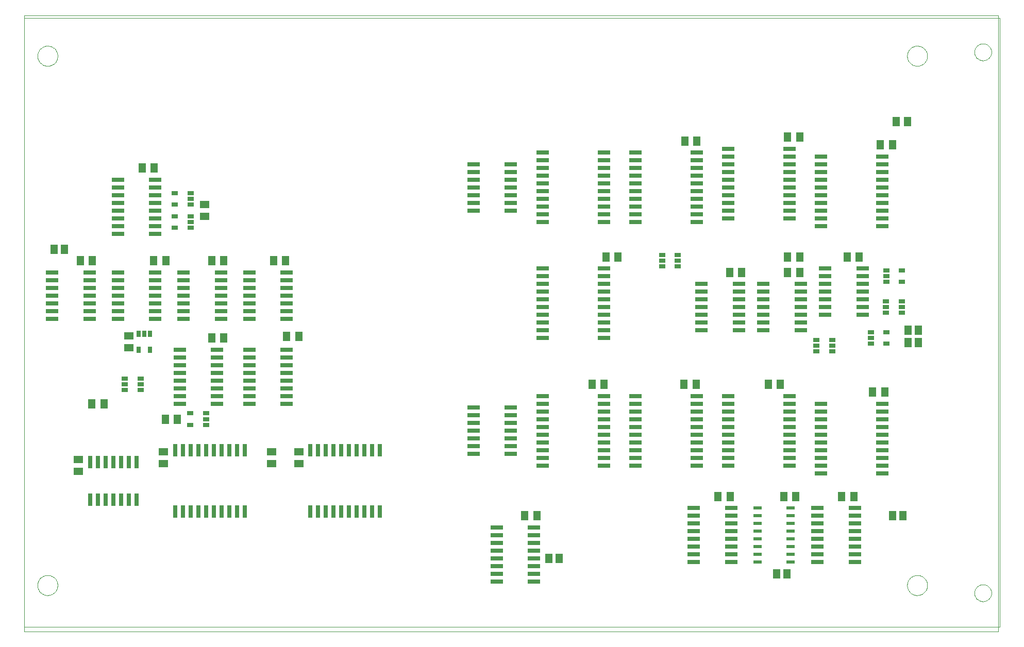
<source format=gtp>
G75*
G70*
%OFA0B0*%
%FSLAX24Y24*%
%IPPOS*%
%LPD*%
%AMOC8*
5,1,8,0,0,1.08239X$1,22.5*
%
%ADD10C,0.0000*%
%ADD11R,0.0512X0.0630*%
%ADD12R,0.0551X0.0236*%
%ADD13R,0.0800X0.0260*%
%ADD14R,0.0630X0.0512*%
%ADD15R,0.0512X0.0591*%
%ADD16R,0.0260X0.0800*%
%ADD17R,0.0390X0.0272*%
%ADD18R,0.0272X0.0390*%
D10*
X004848Y007120D02*
X004848Y046990D01*
X067840Y046990D01*
X067840Y007120D01*
X004848Y007120D01*
X004848Y007430D02*
X004848Y046810D01*
X067948Y046810D01*
X067948Y007430D01*
X004848Y007430D01*
X005698Y010120D02*
X005700Y010170D01*
X005706Y010220D01*
X005716Y010270D01*
X005729Y010318D01*
X005746Y010366D01*
X005767Y010412D01*
X005791Y010456D01*
X005819Y010498D01*
X005850Y010538D01*
X005884Y010575D01*
X005921Y010610D01*
X005960Y010641D01*
X006001Y010670D01*
X006045Y010695D01*
X006091Y010717D01*
X006138Y010735D01*
X006186Y010749D01*
X006235Y010760D01*
X006285Y010767D01*
X006335Y010770D01*
X006386Y010769D01*
X006436Y010764D01*
X006486Y010755D01*
X006534Y010743D01*
X006582Y010726D01*
X006628Y010706D01*
X006673Y010683D01*
X006716Y010656D01*
X006756Y010626D01*
X006794Y010593D01*
X006829Y010557D01*
X006862Y010518D01*
X006891Y010477D01*
X006917Y010434D01*
X006940Y010389D01*
X006959Y010342D01*
X006974Y010294D01*
X006986Y010245D01*
X006994Y010195D01*
X006998Y010145D01*
X006998Y010095D01*
X006994Y010045D01*
X006986Y009995D01*
X006974Y009946D01*
X006959Y009898D01*
X006940Y009851D01*
X006917Y009806D01*
X006891Y009763D01*
X006862Y009722D01*
X006829Y009683D01*
X006794Y009647D01*
X006756Y009614D01*
X006716Y009584D01*
X006673Y009557D01*
X006628Y009534D01*
X006582Y009514D01*
X006534Y009497D01*
X006486Y009485D01*
X006436Y009476D01*
X006386Y009471D01*
X006335Y009470D01*
X006285Y009473D01*
X006235Y009480D01*
X006186Y009491D01*
X006138Y009505D01*
X006091Y009523D01*
X006045Y009545D01*
X006001Y009570D01*
X005960Y009599D01*
X005921Y009630D01*
X005884Y009665D01*
X005850Y009702D01*
X005819Y009742D01*
X005791Y009784D01*
X005767Y009828D01*
X005746Y009874D01*
X005729Y009922D01*
X005716Y009970D01*
X005706Y010020D01*
X005700Y010070D01*
X005698Y010120D01*
X005698Y044370D02*
X005700Y044420D01*
X005706Y044470D01*
X005716Y044520D01*
X005729Y044568D01*
X005746Y044616D01*
X005767Y044662D01*
X005791Y044706D01*
X005819Y044748D01*
X005850Y044788D01*
X005884Y044825D01*
X005921Y044860D01*
X005960Y044891D01*
X006001Y044920D01*
X006045Y044945D01*
X006091Y044967D01*
X006138Y044985D01*
X006186Y044999D01*
X006235Y045010D01*
X006285Y045017D01*
X006335Y045020D01*
X006386Y045019D01*
X006436Y045014D01*
X006486Y045005D01*
X006534Y044993D01*
X006582Y044976D01*
X006628Y044956D01*
X006673Y044933D01*
X006716Y044906D01*
X006756Y044876D01*
X006794Y044843D01*
X006829Y044807D01*
X006862Y044768D01*
X006891Y044727D01*
X006917Y044684D01*
X006940Y044639D01*
X006959Y044592D01*
X006974Y044544D01*
X006986Y044495D01*
X006994Y044445D01*
X006998Y044395D01*
X006998Y044345D01*
X006994Y044295D01*
X006986Y044245D01*
X006974Y044196D01*
X006959Y044148D01*
X006940Y044101D01*
X006917Y044056D01*
X006891Y044013D01*
X006862Y043972D01*
X006829Y043933D01*
X006794Y043897D01*
X006756Y043864D01*
X006716Y043834D01*
X006673Y043807D01*
X006628Y043784D01*
X006582Y043764D01*
X006534Y043747D01*
X006486Y043735D01*
X006436Y043726D01*
X006386Y043721D01*
X006335Y043720D01*
X006285Y043723D01*
X006235Y043730D01*
X006186Y043741D01*
X006138Y043755D01*
X006091Y043773D01*
X006045Y043795D01*
X006001Y043820D01*
X005960Y043849D01*
X005921Y043880D01*
X005884Y043915D01*
X005850Y043952D01*
X005819Y043992D01*
X005791Y044034D01*
X005767Y044078D01*
X005746Y044124D01*
X005729Y044172D01*
X005716Y044220D01*
X005706Y044270D01*
X005700Y044320D01*
X005698Y044370D01*
X061948Y044370D02*
X061950Y044420D01*
X061956Y044470D01*
X061966Y044520D01*
X061979Y044568D01*
X061996Y044616D01*
X062017Y044662D01*
X062041Y044706D01*
X062069Y044748D01*
X062100Y044788D01*
X062134Y044825D01*
X062171Y044860D01*
X062210Y044891D01*
X062251Y044920D01*
X062295Y044945D01*
X062341Y044967D01*
X062388Y044985D01*
X062436Y044999D01*
X062485Y045010D01*
X062535Y045017D01*
X062585Y045020D01*
X062636Y045019D01*
X062686Y045014D01*
X062736Y045005D01*
X062784Y044993D01*
X062832Y044976D01*
X062878Y044956D01*
X062923Y044933D01*
X062966Y044906D01*
X063006Y044876D01*
X063044Y044843D01*
X063079Y044807D01*
X063112Y044768D01*
X063141Y044727D01*
X063167Y044684D01*
X063190Y044639D01*
X063209Y044592D01*
X063224Y044544D01*
X063236Y044495D01*
X063244Y044445D01*
X063248Y044395D01*
X063248Y044345D01*
X063244Y044295D01*
X063236Y044245D01*
X063224Y044196D01*
X063209Y044148D01*
X063190Y044101D01*
X063167Y044056D01*
X063141Y044013D01*
X063112Y043972D01*
X063079Y043933D01*
X063044Y043897D01*
X063006Y043864D01*
X062966Y043834D01*
X062923Y043807D01*
X062878Y043784D01*
X062832Y043764D01*
X062784Y043747D01*
X062736Y043735D01*
X062686Y043726D01*
X062636Y043721D01*
X062585Y043720D01*
X062535Y043723D01*
X062485Y043730D01*
X062436Y043741D01*
X062388Y043755D01*
X062341Y043773D01*
X062295Y043795D01*
X062251Y043820D01*
X062210Y043849D01*
X062171Y043880D01*
X062134Y043915D01*
X062100Y043952D01*
X062069Y043992D01*
X062041Y044034D01*
X062017Y044078D01*
X061996Y044124D01*
X061979Y044172D01*
X061966Y044220D01*
X061956Y044270D01*
X061950Y044320D01*
X061948Y044370D01*
X066298Y044620D02*
X066300Y044667D01*
X066306Y044713D01*
X066316Y044759D01*
X066329Y044803D01*
X066347Y044847D01*
X066368Y044888D01*
X066392Y044928D01*
X066420Y044966D01*
X066451Y045001D01*
X066485Y045033D01*
X066521Y045062D01*
X066560Y045088D01*
X066600Y045111D01*
X066643Y045130D01*
X066687Y045146D01*
X066732Y045158D01*
X066778Y045166D01*
X066825Y045170D01*
X066871Y045170D01*
X066918Y045166D01*
X066964Y045158D01*
X067009Y045146D01*
X067053Y045130D01*
X067096Y045111D01*
X067136Y045088D01*
X067175Y045062D01*
X067211Y045033D01*
X067245Y045001D01*
X067276Y044966D01*
X067304Y044928D01*
X067328Y044888D01*
X067349Y044847D01*
X067367Y044803D01*
X067380Y044759D01*
X067390Y044713D01*
X067396Y044667D01*
X067398Y044620D01*
X067396Y044573D01*
X067390Y044527D01*
X067380Y044481D01*
X067367Y044437D01*
X067349Y044393D01*
X067328Y044352D01*
X067304Y044312D01*
X067276Y044274D01*
X067245Y044239D01*
X067211Y044207D01*
X067175Y044178D01*
X067136Y044152D01*
X067096Y044129D01*
X067053Y044110D01*
X067009Y044094D01*
X066964Y044082D01*
X066918Y044074D01*
X066871Y044070D01*
X066825Y044070D01*
X066778Y044074D01*
X066732Y044082D01*
X066687Y044094D01*
X066643Y044110D01*
X066600Y044129D01*
X066560Y044152D01*
X066521Y044178D01*
X066485Y044207D01*
X066451Y044239D01*
X066420Y044274D01*
X066392Y044312D01*
X066368Y044352D01*
X066347Y044393D01*
X066329Y044437D01*
X066316Y044481D01*
X066306Y044527D01*
X066300Y044573D01*
X066298Y044620D01*
X061948Y010120D02*
X061950Y010170D01*
X061956Y010220D01*
X061966Y010270D01*
X061979Y010318D01*
X061996Y010366D01*
X062017Y010412D01*
X062041Y010456D01*
X062069Y010498D01*
X062100Y010538D01*
X062134Y010575D01*
X062171Y010610D01*
X062210Y010641D01*
X062251Y010670D01*
X062295Y010695D01*
X062341Y010717D01*
X062388Y010735D01*
X062436Y010749D01*
X062485Y010760D01*
X062535Y010767D01*
X062585Y010770D01*
X062636Y010769D01*
X062686Y010764D01*
X062736Y010755D01*
X062784Y010743D01*
X062832Y010726D01*
X062878Y010706D01*
X062923Y010683D01*
X062966Y010656D01*
X063006Y010626D01*
X063044Y010593D01*
X063079Y010557D01*
X063112Y010518D01*
X063141Y010477D01*
X063167Y010434D01*
X063190Y010389D01*
X063209Y010342D01*
X063224Y010294D01*
X063236Y010245D01*
X063244Y010195D01*
X063248Y010145D01*
X063248Y010095D01*
X063244Y010045D01*
X063236Y009995D01*
X063224Y009946D01*
X063209Y009898D01*
X063190Y009851D01*
X063167Y009806D01*
X063141Y009763D01*
X063112Y009722D01*
X063079Y009683D01*
X063044Y009647D01*
X063006Y009614D01*
X062966Y009584D01*
X062923Y009557D01*
X062878Y009534D01*
X062832Y009514D01*
X062784Y009497D01*
X062736Y009485D01*
X062686Y009476D01*
X062636Y009471D01*
X062585Y009470D01*
X062535Y009473D01*
X062485Y009480D01*
X062436Y009491D01*
X062388Y009505D01*
X062341Y009523D01*
X062295Y009545D01*
X062251Y009570D01*
X062210Y009599D01*
X062171Y009630D01*
X062134Y009665D01*
X062100Y009702D01*
X062069Y009742D01*
X062041Y009784D01*
X062017Y009828D01*
X061996Y009874D01*
X061979Y009922D01*
X061966Y009970D01*
X061956Y010020D01*
X061950Y010070D01*
X061948Y010120D01*
X066298Y009620D02*
X066300Y009667D01*
X066306Y009713D01*
X066316Y009759D01*
X066329Y009803D01*
X066347Y009847D01*
X066368Y009888D01*
X066392Y009928D01*
X066420Y009966D01*
X066451Y010001D01*
X066485Y010033D01*
X066521Y010062D01*
X066560Y010088D01*
X066600Y010111D01*
X066643Y010130D01*
X066687Y010146D01*
X066732Y010158D01*
X066778Y010166D01*
X066825Y010170D01*
X066871Y010170D01*
X066918Y010166D01*
X066964Y010158D01*
X067009Y010146D01*
X067053Y010130D01*
X067096Y010111D01*
X067136Y010088D01*
X067175Y010062D01*
X067211Y010033D01*
X067245Y010001D01*
X067276Y009966D01*
X067304Y009928D01*
X067328Y009888D01*
X067349Y009847D01*
X067367Y009803D01*
X067380Y009759D01*
X067390Y009713D01*
X067396Y009667D01*
X067398Y009620D01*
X067396Y009573D01*
X067390Y009527D01*
X067380Y009481D01*
X067367Y009437D01*
X067349Y009393D01*
X067328Y009352D01*
X067304Y009312D01*
X067276Y009274D01*
X067245Y009239D01*
X067211Y009207D01*
X067175Y009178D01*
X067136Y009152D01*
X067096Y009129D01*
X067053Y009110D01*
X067009Y009094D01*
X066964Y009082D01*
X066918Y009074D01*
X066871Y009070D01*
X066825Y009070D01*
X066778Y009074D01*
X066732Y009082D01*
X066687Y009094D01*
X066643Y009110D01*
X066600Y009129D01*
X066560Y009152D01*
X066521Y009178D01*
X066485Y009207D01*
X066451Y009239D01*
X066420Y009274D01*
X066392Y009312D01*
X066368Y009352D01*
X066347Y009393D01*
X066329Y009437D01*
X066316Y009481D01*
X066306Y009527D01*
X066300Y009573D01*
X066298Y009620D01*
D11*
X058492Y015870D03*
X057704Y015870D03*
X054742Y015870D03*
X053954Y015870D03*
X050492Y015870D03*
X049704Y015870D03*
X048292Y023120D03*
X047504Y023120D03*
X042342Y023120D03*
X041554Y023120D03*
X050454Y030370D03*
X051242Y030370D03*
X054204Y030370D03*
X054992Y030370D03*
X054992Y031370D03*
X054204Y031370D03*
X058054Y031370D03*
X058842Y031370D03*
X060204Y038620D03*
X060992Y038620D03*
X054992Y039120D03*
X054204Y039120D03*
X048342Y038870D03*
X047554Y038870D03*
X043242Y031370D03*
X042454Y031370D03*
X052954Y023120D03*
X053742Y023120D03*
X059704Y022620D03*
X060492Y022620D03*
X037992Y014620D03*
X037204Y014620D03*
X022592Y026220D03*
X021804Y026220D03*
X017742Y026120D03*
X016954Y026120D03*
X016954Y031120D03*
X017742Y031120D03*
X020954Y031120D03*
X021742Y031120D03*
X013992Y031120D03*
X013204Y031120D03*
X009242Y031120D03*
X008454Y031120D03*
X012454Y037120D03*
X013242Y037120D03*
X009992Y021870D03*
X009204Y021870D03*
X013954Y020870D03*
X014742Y020870D03*
D12*
X052279Y015120D03*
X052279Y014620D03*
X052279Y014120D03*
X052279Y013620D03*
X052279Y013120D03*
X052279Y012620D03*
X052279Y012120D03*
X052279Y011620D03*
X054417Y011620D03*
X054417Y012120D03*
X054417Y012620D03*
X054417Y013120D03*
X054417Y013620D03*
X054417Y014120D03*
X054417Y014620D03*
X054417Y015120D03*
D13*
X056138Y015120D03*
X056138Y014620D03*
X056138Y014120D03*
X056138Y013620D03*
X056138Y013120D03*
X056138Y012620D03*
X056138Y012120D03*
X056138Y011620D03*
X058558Y011620D03*
X058558Y012120D03*
X058558Y012620D03*
X058558Y013120D03*
X058558Y013620D03*
X058558Y014120D03*
X058558Y014620D03*
X058558Y015120D03*
X060328Y017370D03*
X060328Y017870D03*
X060328Y018370D03*
X060328Y018870D03*
X060328Y019370D03*
X060328Y019870D03*
X060328Y020370D03*
X060328Y020870D03*
X060328Y021370D03*
X060328Y021870D03*
X056368Y021870D03*
X056368Y021370D03*
X056368Y020870D03*
X056368Y020370D03*
X056368Y019870D03*
X056368Y019370D03*
X056368Y018870D03*
X056368Y018370D03*
X056368Y017870D03*
X056368Y017370D03*
X054328Y017870D03*
X054328Y018370D03*
X054328Y018870D03*
X054328Y019370D03*
X054328Y019870D03*
X054328Y020370D03*
X054328Y020870D03*
X054328Y021370D03*
X054328Y021870D03*
X054328Y022370D03*
X050368Y022370D03*
X050368Y021870D03*
X050368Y021370D03*
X050368Y020870D03*
X050368Y020370D03*
X050368Y019870D03*
X050368Y019370D03*
X050368Y018870D03*
X050368Y018370D03*
X050368Y017870D03*
X048328Y017870D03*
X048328Y018370D03*
X048328Y018870D03*
X048328Y019370D03*
X048328Y019870D03*
X048328Y020370D03*
X048328Y020870D03*
X048328Y021370D03*
X048328Y021870D03*
X048328Y022370D03*
X044368Y022370D03*
X044368Y021870D03*
X044368Y021370D03*
X044368Y020870D03*
X044368Y020370D03*
X044368Y019870D03*
X044368Y019370D03*
X044368Y018870D03*
X044368Y018370D03*
X044368Y017870D03*
X042328Y017870D03*
X042328Y018370D03*
X042328Y018870D03*
X042328Y019370D03*
X042328Y019870D03*
X042328Y020370D03*
X042328Y020870D03*
X042328Y021370D03*
X042328Y021870D03*
X042328Y022370D03*
X038368Y022370D03*
X038368Y021870D03*
X038368Y021370D03*
X038368Y020870D03*
X038368Y020370D03*
X038368Y019870D03*
X038368Y019370D03*
X038368Y018870D03*
X038368Y018370D03*
X038368Y017870D03*
X036308Y018620D03*
X036308Y019120D03*
X036308Y019620D03*
X036308Y020120D03*
X036308Y020620D03*
X036308Y021120D03*
X036308Y021620D03*
X033888Y021620D03*
X033888Y021120D03*
X033888Y020620D03*
X033888Y020120D03*
X033888Y019620D03*
X033888Y019120D03*
X033888Y018620D03*
X035388Y013870D03*
X035388Y013370D03*
X035388Y012870D03*
X035388Y012370D03*
X035388Y011870D03*
X035388Y011370D03*
X035388Y010870D03*
X035388Y010370D03*
X037808Y010370D03*
X037808Y010870D03*
X037808Y011370D03*
X037808Y011870D03*
X037808Y012370D03*
X037808Y012870D03*
X037808Y013370D03*
X037808Y013870D03*
X048138Y014120D03*
X048138Y014620D03*
X048138Y015120D03*
X048138Y013620D03*
X048138Y013120D03*
X048138Y012620D03*
X048138Y012120D03*
X048138Y011620D03*
X050558Y011620D03*
X050558Y012120D03*
X050558Y012620D03*
X050558Y013120D03*
X050558Y013620D03*
X050558Y014120D03*
X050558Y014620D03*
X050558Y015120D03*
X042328Y026120D03*
X042328Y026620D03*
X042328Y027120D03*
X042328Y027620D03*
X042328Y028120D03*
X042328Y028620D03*
X042328Y029120D03*
X042328Y029620D03*
X042328Y030120D03*
X042328Y030620D03*
X042328Y033620D03*
X042328Y034120D03*
X042328Y034620D03*
X042328Y035120D03*
X042328Y035620D03*
X042328Y036120D03*
X042328Y036620D03*
X042328Y037120D03*
X042328Y037620D03*
X042328Y038120D03*
X044368Y038120D03*
X044368Y037620D03*
X044368Y037120D03*
X044368Y036620D03*
X044368Y036120D03*
X044368Y035620D03*
X044368Y035120D03*
X044368Y034620D03*
X044368Y034120D03*
X044368Y033620D03*
X048328Y033620D03*
X048328Y034120D03*
X048328Y034620D03*
X048328Y035120D03*
X048328Y035620D03*
X048328Y036120D03*
X048328Y036620D03*
X048328Y037120D03*
X048328Y037620D03*
X048328Y038120D03*
X050368Y038370D03*
X050368Y037870D03*
X050368Y037370D03*
X050368Y036870D03*
X050368Y036370D03*
X050368Y035870D03*
X050368Y035370D03*
X050368Y034870D03*
X050368Y034370D03*
X050368Y033870D03*
X054328Y033870D03*
X054328Y034370D03*
X054328Y034870D03*
X054328Y035370D03*
X054328Y035870D03*
X054328Y036370D03*
X054328Y036870D03*
X054328Y037370D03*
X054328Y037870D03*
X054328Y038370D03*
X056368Y037870D03*
X056368Y037370D03*
X056368Y036870D03*
X056368Y036370D03*
X056368Y035870D03*
X056368Y035370D03*
X056368Y034870D03*
X056368Y034370D03*
X056368Y033870D03*
X056368Y033370D03*
X056638Y030620D03*
X056638Y030120D03*
X056638Y029620D03*
X056638Y029120D03*
X056638Y028620D03*
X056638Y028120D03*
X056638Y027620D03*
X055058Y027620D03*
X055058Y028120D03*
X055058Y028620D03*
X055058Y029120D03*
X055058Y029620D03*
X052638Y029620D03*
X052638Y029120D03*
X052638Y028620D03*
X052638Y028120D03*
X052638Y027620D03*
X052638Y027120D03*
X052638Y026620D03*
X051058Y026620D03*
X051058Y027120D03*
X051058Y027620D03*
X051058Y028120D03*
X051058Y028620D03*
X051058Y029120D03*
X051058Y029620D03*
X048638Y029620D03*
X048638Y029120D03*
X048638Y028620D03*
X048638Y028120D03*
X048638Y027620D03*
X048638Y027120D03*
X048638Y026620D03*
X055058Y026620D03*
X055058Y027120D03*
X059058Y027620D03*
X059058Y028120D03*
X059058Y028620D03*
X059058Y029120D03*
X059058Y029620D03*
X059058Y030120D03*
X059058Y030620D03*
X060328Y033370D03*
X060328Y033870D03*
X060328Y034370D03*
X060328Y034870D03*
X060328Y035370D03*
X060328Y035870D03*
X060328Y036370D03*
X060328Y036870D03*
X060328Y037370D03*
X060328Y037870D03*
X038368Y037620D03*
X038368Y038120D03*
X038368Y037120D03*
X038368Y036620D03*
X038368Y036120D03*
X038368Y035620D03*
X038368Y035120D03*
X038368Y034620D03*
X038368Y034120D03*
X038368Y033620D03*
X036308Y034370D03*
X036308Y034870D03*
X036308Y035370D03*
X036308Y035870D03*
X036308Y036370D03*
X036308Y036870D03*
X036308Y037370D03*
X033888Y037370D03*
X033888Y036870D03*
X033888Y036370D03*
X033888Y035870D03*
X033888Y035370D03*
X033888Y034870D03*
X033888Y034370D03*
X038368Y030620D03*
X038368Y030120D03*
X038368Y029620D03*
X038368Y029120D03*
X038368Y028620D03*
X038368Y028120D03*
X038368Y027620D03*
X038368Y027120D03*
X038368Y026620D03*
X038368Y026120D03*
X021808Y025370D03*
X021808Y024870D03*
X021808Y024370D03*
X021808Y023870D03*
X021808Y023370D03*
X021808Y022870D03*
X021808Y022370D03*
X021808Y021870D03*
X019388Y021870D03*
X019388Y022370D03*
X019388Y022870D03*
X019388Y023370D03*
X019388Y023870D03*
X019388Y024370D03*
X019388Y024870D03*
X019388Y025370D03*
X017308Y025370D03*
X017308Y024870D03*
X017308Y024370D03*
X017308Y023870D03*
X017308Y023370D03*
X017308Y022870D03*
X017308Y022370D03*
X017308Y021870D03*
X014888Y021870D03*
X014888Y022370D03*
X014888Y022870D03*
X014888Y023370D03*
X014888Y023870D03*
X014888Y024370D03*
X014888Y024870D03*
X014888Y025370D03*
X015138Y027370D03*
X015138Y027870D03*
X015138Y028370D03*
X015138Y028870D03*
X015138Y029370D03*
X015138Y029870D03*
X015138Y030370D03*
X013308Y030370D03*
X013308Y029870D03*
X013308Y029370D03*
X013308Y028870D03*
X013308Y028370D03*
X013308Y027870D03*
X013308Y027370D03*
X010888Y027370D03*
X010888Y027870D03*
X010888Y028370D03*
X010888Y028870D03*
X010888Y029370D03*
X010888Y029870D03*
X010888Y030370D03*
X009058Y030370D03*
X009058Y029870D03*
X009058Y029370D03*
X009058Y028870D03*
X009058Y028370D03*
X009058Y027870D03*
X009058Y027370D03*
X006638Y027370D03*
X006638Y027870D03*
X006638Y028370D03*
X006638Y028870D03*
X006638Y029370D03*
X006638Y029870D03*
X006638Y030370D03*
X010888Y032870D03*
X010888Y033370D03*
X010888Y033870D03*
X010888Y034370D03*
X010888Y034870D03*
X010888Y035370D03*
X010888Y035870D03*
X010888Y036370D03*
X013308Y036370D03*
X013308Y035870D03*
X013308Y035370D03*
X013308Y034870D03*
X013308Y034370D03*
X013308Y033870D03*
X013308Y033370D03*
X013308Y032870D03*
X017558Y030370D03*
X017558Y029870D03*
X017558Y029370D03*
X017558Y028870D03*
X017558Y028370D03*
X017558Y027870D03*
X017558Y027370D03*
X019388Y027370D03*
X019388Y027870D03*
X019388Y028370D03*
X019388Y028870D03*
X019388Y029370D03*
X019388Y029870D03*
X019388Y030370D03*
X021808Y030370D03*
X021808Y029870D03*
X021808Y029370D03*
X021808Y028870D03*
X021808Y028370D03*
X021808Y027870D03*
X021808Y027370D03*
D14*
X016498Y033976D03*
X016498Y034763D03*
X011598Y026263D03*
X011598Y025476D03*
X013848Y018763D03*
X013848Y017976D03*
X008348Y018263D03*
X008348Y017476D03*
X020848Y017976D03*
X020848Y018763D03*
X022598Y018763D03*
X022598Y017976D03*
D15*
X038763Y011870D03*
X039433Y011870D03*
X053513Y010870D03*
X054183Y010870D03*
X061013Y014620D03*
X061683Y014620D03*
X062013Y025820D03*
X062683Y025820D03*
X062683Y026620D03*
X062013Y026620D03*
X061972Y040120D03*
X061224Y040120D03*
X007433Y031870D03*
X006763Y031870D03*
D16*
X014598Y018850D03*
X015098Y018850D03*
X015598Y018850D03*
X016098Y018850D03*
X016598Y018850D03*
X017098Y018850D03*
X017598Y018850D03*
X018098Y018850D03*
X018598Y018850D03*
X019098Y018850D03*
X023348Y018850D03*
X023848Y018850D03*
X024348Y018850D03*
X024848Y018850D03*
X025348Y018850D03*
X025848Y018850D03*
X026348Y018850D03*
X026848Y018850D03*
X027348Y018850D03*
X027848Y018850D03*
X027848Y014890D03*
X027348Y014890D03*
X026848Y014890D03*
X026348Y014890D03*
X025848Y014890D03*
X025348Y014890D03*
X024848Y014890D03*
X024348Y014890D03*
X023848Y014890D03*
X023348Y014890D03*
X019098Y014890D03*
X018598Y014890D03*
X018098Y014890D03*
X017598Y014890D03*
X017098Y014890D03*
X016598Y014890D03*
X016098Y014890D03*
X015598Y014890D03*
X015098Y014890D03*
X014598Y014890D03*
X012098Y015660D03*
X011598Y015660D03*
X011098Y015660D03*
X010598Y015660D03*
X010098Y015660D03*
X009598Y015660D03*
X009098Y015660D03*
X009098Y018080D03*
X009598Y018080D03*
X010098Y018080D03*
X010598Y018080D03*
X011098Y018080D03*
X011598Y018080D03*
X012098Y018080D03*
D17*
X015586Y020496D03*
X015586Y021244D03*
X016606Y021244D03*
X016606Y020870D03*
X016606Y020496D03*
X012356Y022746D03*
X012356Y023120D03*
X012356Y023494D03*
X011336Y023494D03*
X011336Y023120D03*
X011336Y022746D03*
X014586Y033246D03*
X014586Y033994D03*
X015606Y033994D03*
X015606Y033620D03*
X015606Y033246D03*
X015606Y034746D03*
X015606Y035120D03*
X015606Y035494D03*
X014586Y035494D03*
X014586Y034746D03*
X046090Y031494D03*
X046090Y031120D03*
X046090Y030746D03*
X047110Y030746D03*
X047110Y031120D03*
X047110Y031494D03*
X056086Y025994D03*
X056086Y025620D03*
X056086Y025246D03*
X057106Y025246D03*
X057106Y025620D03*
X057106Y025994D03*
X059590Y026120D03*
X059590Y026494D03*
X059590Y025746D03*
X060610Y025746D03*
X060610Y026494D03*
X060586Y027746D03*
X060586Y028120D03*
X060586Y028494D03*
X061606Y028494D03*
X061606Y028120D03*
X061606Y027746D03*
X061610Y029746D03*
X060590Y029746D03*
X060590Y030120D03*
X060590Y030494D03*
X061610Y030494D03*
D18*
X012972Y026377D03*
X012598Y026377D03*
X012224Y026377D03*
X012224Y025358D03*
X012972Y025358D03*
M02*

</source>
